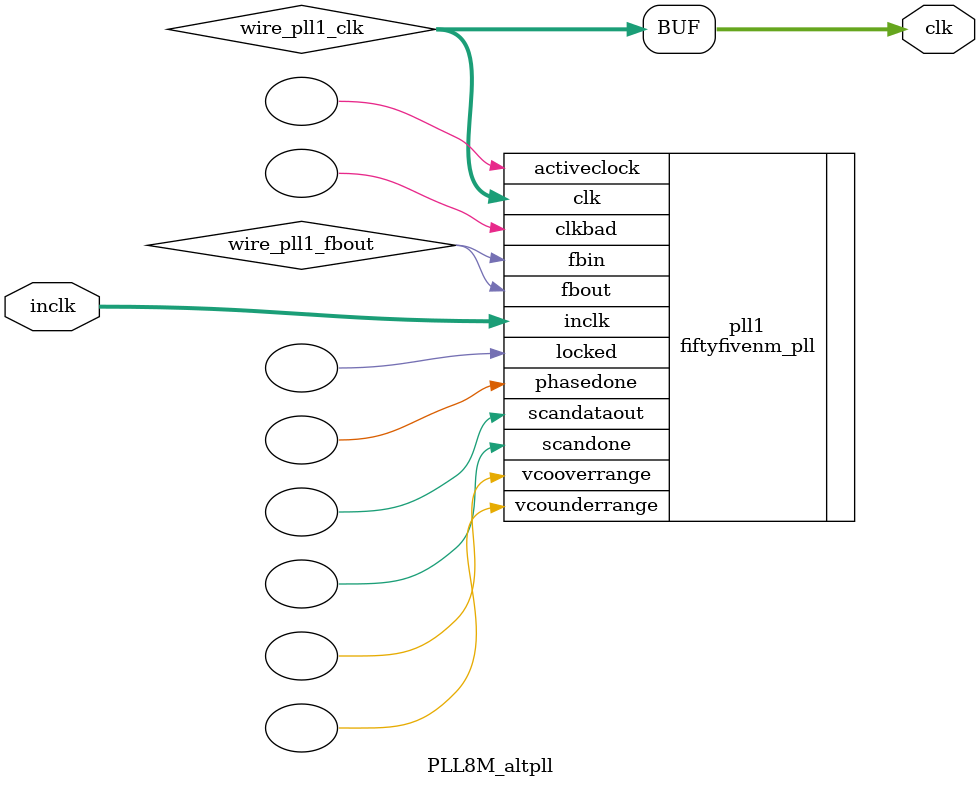
<source format=v>






//synthesis_resources = fiftyfivenm_pll 1 
//synopsys translate_off
`timescale 1 ps / 1 ps
//synopsys translate_on
module  PLL8M_altpll
	( 
	clk,
	inclk) /* synthesis synthesis_clearbox=1 */;
	output   [4:0]  clk;
	input   [1:0]  inclk;
`ifndef ALTERA_RESERVED_QIS
// synopsys translate_off
`endif
	tri0   [1:0]  inclk;
`ifndef ALTERA_RESERVED_QIS
// synopsys translate_on
`endif

	wire  [4:0]   wire_pll1_clk;
	wire  wire_pll1_fbout;

	fiftyfivenm_pll   pll1
	( 
	.activeclock(),
	.clk(wire_pll1_clk),
	.clkbad(),
	.fbin(wire_pll1_fbout),
	.fbout(wire_pll1_fbout),
	.inclk(inclk),
	.locked(),
	.phasedone(),
	.scandataout(),
	.scandone(),
	.vcooverrange(),
	.vcounderrange()
	`ifndef FORMAL_VERIFICATION
	// synopsys translate_off
	`endif
	,
	.areset(1'b0),
	.clkswitch(1'b0),
	.configupdate(1'b0),
	.pfdena(1'b1),
	.phasecounterselect({3{1'b0}}),
	.phasestep(1'b0),
	.phaseupdown(1'b0),
	.scanclk(1'b0),
	.scanclkena(1'b1),
	.scandata(1'b0)
	`ifndef FORMAL_VERIFICATION
	// synopsys translate_on
	`endif
	);
	defparam
		pll1.bandwidth_type = "auto",
		pll1.clk0_divide_by = 1,
		pll1.clk0_duty_cycle = 50,
		pll1.clk0_multiply_by = 3,
		pll1.clk0_phase_shift = "0",
		pll1.compensate_clock = "clk0",
		pll1.inclk0_input_frequency = 10000,
		pll1.operation_mode = "normal",
		pll1.pll_type = "auto",
		pll1.lpm_type = "fiftyfivenm_pll";
	assign
		clk = {wire_pll1_clk[4:0]};
endmodule //PLL8M_altpll
//VALID FILE

</source>
